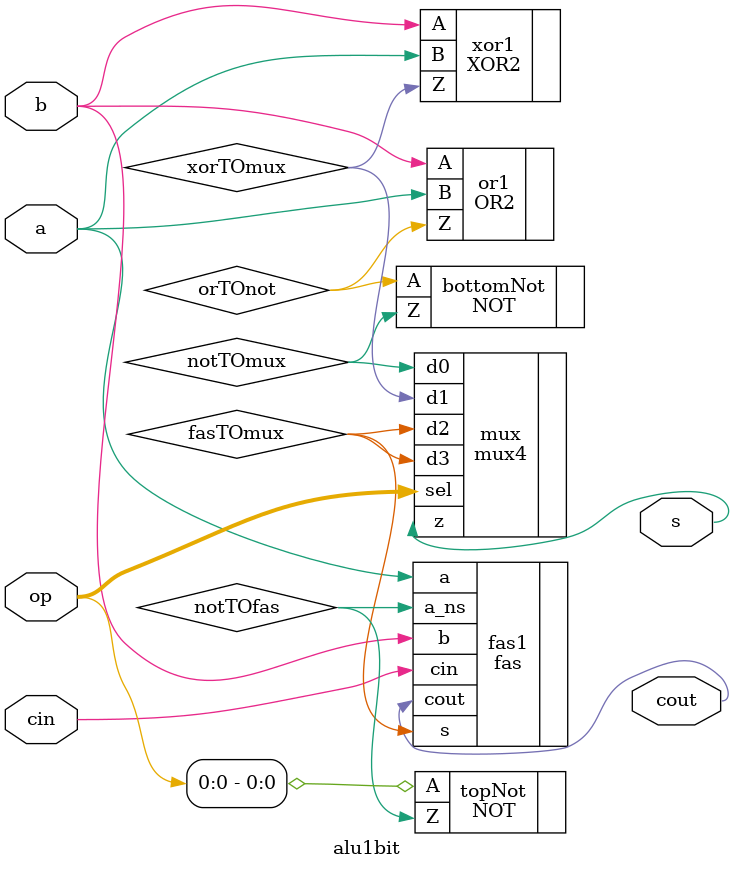
<source format=sv>
module alu1bit (
    input logic a,           // Input bit a
    input logic b,           // Input bit b
    input logic cin,         // Carry in
    input logic [1:0] op,    // Operation
    output logic s,          // Output S
    output logic cout        // Carry out
);

logic notTOfas, fasTOmux, orTOnot, notTOmux, xorTOmux;

// nor operation:
OR2 #(.Tpdhl(5), .Tpdlh(4)) or1(.A(b), .B(a), .Z(orTOnot));
NOT #(.Tpdhl(4), .Tpdlh(10)) bottomNot(.A(orTOnot), .Z(notTOmux));

// xor operation:
XOR2 #(.Tpdhl(7), .Tpdlh(10)) xor1(.A(b), .B(a), .Z(xorTOmux));

// fas oeration:
NOT #(.Tpdhl(4), .Tpdlh(10)) topNot(.A(op[0]), .Z(notTOfas));
fas fas1 (.a(a), .b(b), .cin(cin), .a_ns(notTOfas), .s(fasTOmux), .cout(cout));

// define mux 4->1:
mux4 mux (.d0(notTOmux), .d1(xorTOmux), .d2(fasTOmux), .d3(fasTOmux), .sel(op), .z(s));


// End of your code

endmodule

</source>
